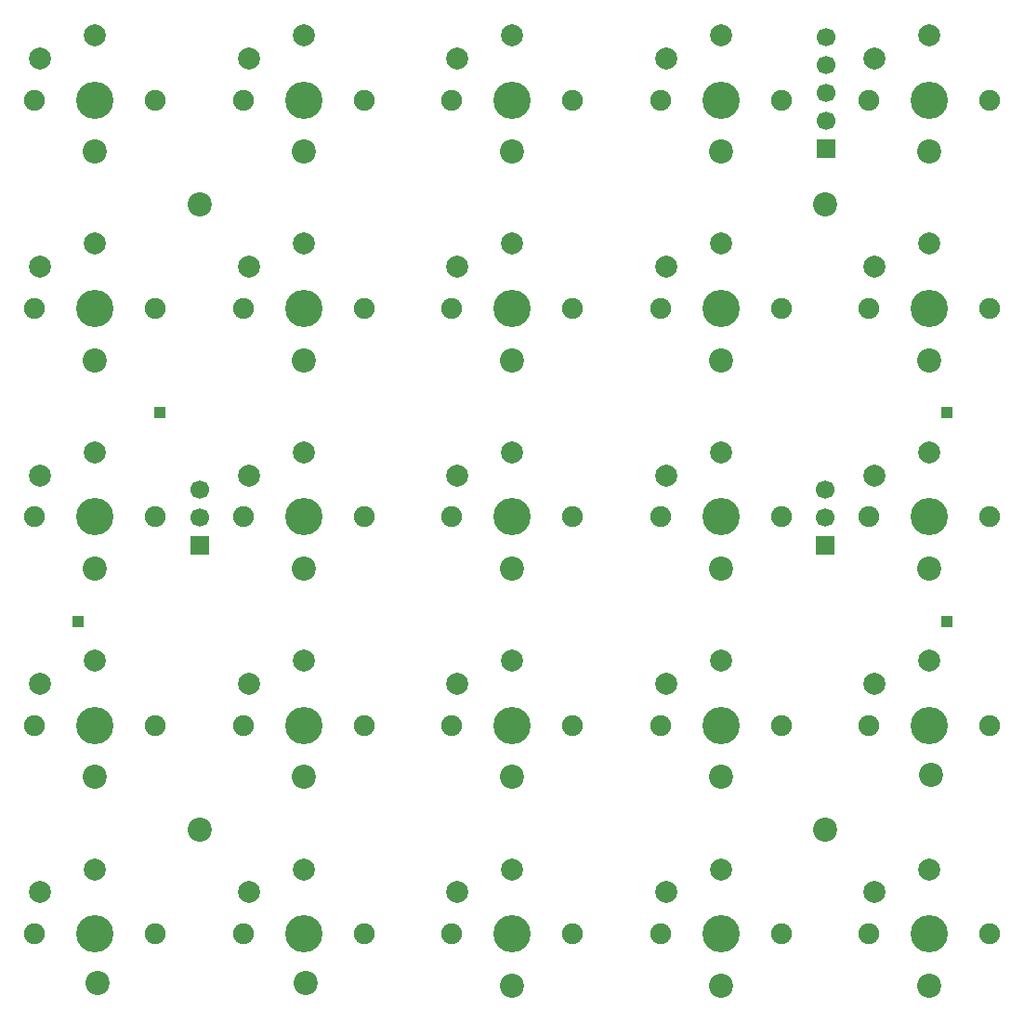
<source format=gbr>
%TF.GenerationSoftware,KiCad,Pcbnew,9.0.2*%
%TF.CreationDate,2026-01-27T21:16:03+01:00*%
%TF.ProjectId,Keymodule,4b65796d-6f64-4756-9c65-2e6b69636164,rev?*%
%TF.SameCoordinates,Original*%
%TF.FileFunction,Soldermask,Bot*%
%TF.FilePolarity,Negative*%
%FSLAX46Y46*%
G04 Gerber Fmt 4.6, Leading zero omitted, Abs format (unit mm)*
G04 Created by KiCad (PCBNEW 9.0.2) date 2026-01-27 21:16:03*
%MOMM*%
%LPD*%
G01*
G04 APERTURE LIST*
%ADD10C,2.200000*%
%ADD11R,1.700000X1.700000*%
%ADD12C,1.700000*%
%ADD13R,1.000000X1.000000*%
%ADD14C,1.900000*%
%ADD15C,3.400000*%
%ADD16C,2.000000*%
G04 APERTURE END LIST*
D10*
%TO.C,L3*%
X100000000Y-66700000D03*
%TD*%
%TO.C,L11*%
X62000000Y-104700000D03*
%TD*%
D11*
%TO.C,J3*%
X71500000Y-102560000D03*
D12*
X71500000Y-100020000D03*
X71500000Y-97480000D03*
%TD*%
D13*
%TO.C,GND*%
X139600000Y-109500000D03*
%TD*%
D10*
%TO.C,L19*%
X119000000Y-123700000D03*
%TD*%
%TO.C,L7*%
X81000000Y-85700000D03*
%TD*%
%TO.C,L24*%
X119000000Y-142700000D03*
%TD*%
%TO.C,L14*%
X119000000Y-104700000D03*
%TD*%
%TO.C,L20*%
X138200000Y-123500000D03*
%TD*%
%TO.C,L13*%
X100000000Y-104700000D03*
%TD*%
%TO.C,L15*%
X138000000Y-104700000D03*
%TD*%
%TO.C,L4*%
X119000000Y-66700000D03*
%TD*%
%TO.C,L18*%
X100000000Y-123700000D03*
%TD*%
D13*
%TO.C,5V*%
X139600000Y-90500000D03*
%TD*%
D10*
%TO.C,L8*%
X100000000Y-85700000D03*
%TD*%
%TO.C,REF\u002A\u002A*%
X128500000Y-128500000D03*
%TD*%
D13*
%TO.C,5V*%
X67900000Y-90500000D03*
%TD*%
D10*
%TO.C,L17*%
X81000000Y-123700000D03*
%TD*%
D11*
%TO.C,REF\u002A\u002A*%
X128600000Y-66400000D03*
D12*
X128600000Y-63860000D03*
X128600000Y-61320000D03*
X128600000Y-58780000D03*
X128600000Y-56240000D03*
%TD*%
D10*
%TO.C,L22*%
X81200000Y-142500000D03*
%TD*%
%TO.C,L10*%
X138000000Y-85700000D03*
%TD*%
%TO.C,L21*%
X62200000Y-142500000D03*
%TD*%
%TO.C,L23*%
X100000000Y-142700000D03*
%TD*%
%TO.C,REF\u002A\u002A*%
X71500000Y-128500000D03*
%TD*%
%TO.C,L9*%
X119000000Y-85700000D03*
%TD*%
%TO.C,L6*%
X62000000Y-85700000D03*
%TD*%
%TO.C,L5*%
X138000000Y-66700000D03*
%TD*%
%TO.C,REF\u002A\u002A*%
X71500000Y-71500000D03*
%TD*%
%TO.C,L2*%
X81000000Y-66700000D03*
%TD*%
%TO.C,L12*%
X81000000Y-104700000D03*
%TD*%
%TO.C,REF\u002A\u002A*%
X128500000Y-71500000D03*
%TD*%
%TO.C,L1*%
X62000000Y-66700000D03*
%TD*%
%TO.C,L16*%
X62000000Y-123700000D03*
%TD*%
%TO.C,L25*%
X138000000Y-142700000D03*
%TD*%
D13*
%TO.C,GND*%
X60400000Y-109500000D03*
%TD*%
D14*
%TO.C,M_SW18*%
X86500000Y-100000000D03*
D15*
X81000000Y-100000000D03*
D14*
X75500000Y-100000000D03*
D16*
X81000000Y-94100000D03*
X76000000Y-96200000D03*
%TD*%
D14*
%TO.C,M_SW2*%
X143500000Y-81000000D03*
D15*
X138000000Y-81000000D03*
D14*
X132500000Y-81000000D03*
D16*
X138000000Y-75100000D03*
X133000000Y-77200000D03*
%TD*%
D14*
%TO.C,M_SW21*%
X67500000Y-62000000D03*
D15*
X62000000Y-62000000D03*
D14*
X56500000Y-62000000D03*
D16*
X62000000Y-56100000D03*
X57000000Y-58200000D03*
%TD*%
D14*
%TO.C,M_SW20*%
X86500000Y-138000000D03*
D15*
X81000000Y-138000000D03*
D14*
X75500000Y-138000000D03*
D16*
X81000000Y-132100000D03*
X76000000Y-134200000D03*
%TD*%
D14*
%TO.C,M_SW9*%
X124500000Y-119000000D03*
D15*
X119000000Y-119000000D03*
D14*
X113500000Y-119000000D03*
D16*
X119000000Y-113100000D03*
X114000000Y-115200000D03*
%TD*%
D14*
%TO.C,M_SW6*%
X124500000Y-62000000D03*
D15*
X119000000Y-62000000D03*
D14*
X113500000Y-62000000D03*
D16*
X119000000Y-56100000D03*
X114000000Y-58200000D03*
%TD*%
D14*
%TO.C,M_SW5*%
X143500000Y-138000000D03*
D15*
X138000000Y-138000000D03*
D14*
X132500000Y-138000000D03*
D16*
X138000000Y-132100000D03*
X133000000Y-134200000D03*
%TD*%
D14*
%TO.C,M_SW19*%
X86500000Y-119000000D03*
D15*
X81000000Y-119000000D03*
D14*
X75500000Y-119000000D03*
D16*
X81000000Y-113100000D03*
X76000000Y-115200000D03*
%TD*%
D14*
%TO.C,M_SW8*%
X124500000Y-100000000D03*
D15*
X119000000Y-100000000D03*
D14*
X113500000Y-100000000D03*
D16*
X119000000Y-94100000D03*
X114000000Y-96200000D03*
%TD*%
D14*
%TO.C,M_SW12*%
X105500000Y-81000000D03*
D15*
X100000000Y-81000000D03*
D14*
X94500000Y-81000000D03*
D16*
X100000000Y-75100000D03*
X95000000Y-77200000D03*
%TD*%
D14*
%TO.C,M_SW23*%
X67500000Y-100000000D03*
D15*
X62000000Y-100000000D03*
D14*
X56500000Y-100000000D03*
D16*
X62000000Y-94100000D03*
X57000000Y-96200000D03*
%TD*%
D14*
%TO.C,M_SW11*%
X105500000Y-62000000D03*
D15*
X100000000Y-62000000D03*
D14*
X94500000Y-62000000D03*
D16*
X100000000Y-56100000D03*
X95000000Y-58200000D03*
%TD*%
D14*
%TO.C,M_SW16*%
X86500000Y-62000000D03*
D15*
X81000000Y-62000000D03*
D14*
X75500000Y-62000000D03*
D16*
X81000000Y-56100000D03*
X76000000Y-58200000D03*
%TD*%
D14*
%TO.C,M_SW7*%
X124500000Y-81000000D03*
D15*
X119000000Y-81000000D03*
D14*
X113500000Y-81000000D03*
D16*
X119000000Y-75100000D03*
X114000000Y-77200000D03*
%TD*%
D14*
%TO.C,M_SW3*%
X143500000Y-100000000D03*
D15*
X138000000Y-100000000D03*
D14*
X132500000Y-100000000D03*
D16*
X138000000Y-94100000D03*
X133000000Y-96200000D03*
%TD*%
D14*
%TO.C,M_SW24*%
X67500000Y-119000000D03*
D15*
X62000000Y-119000000D03*
D14*
X56500000Y-119000000D03*
D16*
X62000000Y-113100000D03*
X57000000Y-115200000D03*
%TD*%
D14*
%TO.C,M_SW14*%
X105500000Y-119000000D03*
D15*
X100000000Y-119000000D03*
D14*
X94500000Y-119000000D03*
D16*
X100000000Y-113100000D03*
X95000000Y-115200000D03*
%TD*%
D11*
%TO.C,J6*%
X128500000Y-102560000D03*
D12*
X128500000Y-100020000D03*
X128500000Y-97480000D03*
%TD*%
D14*
%TO.C,M_SW25*%
X67500000Y-138000000D03*
D15*
X62000000Y-138000000D03*
D14*
X56500000Y-138000000D03*
D16*
X62000000Y-132100000D03*
X57000000Y-134200000D03*
%TD*%
D14*
%TO.C,M_SW15*%
X105500000Y-138000000D03*
D15*
X100000000Y-138000000D03*
D14*
X94500000Y-138000000D03*
D16*
X100000000Y-132100000D03*
X95000000Y-134200000D03*
%TD*%
D14*
%TO.C,M_SW4*%
X143500000Y-119000000D03*
D15*
X138000000Y-119000000D03*
D14*
X132500000Y-119000000D03*
D16*
X138000000Y-113100000D03*
X133000000Y-115200000D03*
%TD*%
D14*
%TO.C,M_SW13*%
X105500000Y-100000000D03*
D15*
X100000000Y-100000000D03*
D14*
X94500000Y-100000000D03*
D16*
X100000000Y-94100000D03*
X95000000Y-96200000D03*
%TD*%
D14*
%TO.C,M_SW1*%
X143500000Y-62000000D03*
D15*
X138000000Y-62000000D03*
D14*
X132500000Y-62000000D03*
D16*
X138000000Y-56100000D03*
X133000000Y-58200000D03*
%TD*%
D14*
%TO.C,M_SW10*%
X124500000Y-138000000D03*
D15*
X119000000Y-138000000D03*
D14*
X113500000Y-138000000D03*
D16*
X119000000Y-132100000D03*
X114000000Y-134200000D03*
%TD*%
D14*
%TO.C,M_SW17*%
X86500000Y-81000000D03*
D15*
X81000000Y-81000000D03*
D14*
X75500000Y-81000000D03*
D16*
X81000000Y-75100000D03*
X76000000Y-77200000D03*
%TD*%
D14*
%TO.C,M_SW22*%
X67500000Y-81000000D03*
D15*
X62000000Y-81000000D03*
D14*
X56500000Y-81000000D03*
D16*
X62000000Y-75100000D03*
X57000000Y-77200000D03*
%TD*%
M02*

</source>
